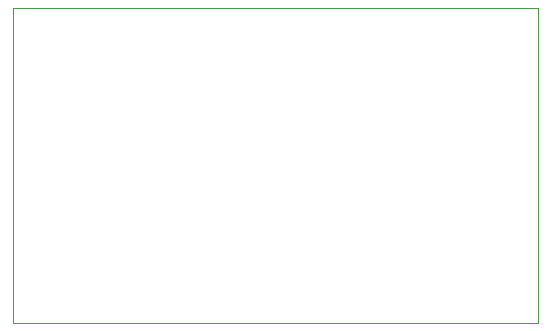
<source format=gbr>
G04 #@! TF.GenerationSoftware,KiCad,Pcbnew,(6.0.0-rc1-dev-305-gf0b8b21)*
G04 #@! TF.CreationDate,2019-05-22T14:27:23-07:00*
G04 #@! TF.ProjectId,DRONE_GateDriver,44524F4E455F47617465447269766572,rev?*
G04 #@! TF.SameCoordinates,Original*
G04 #@! TF.FileFunction,Profile,NP*
%FSLAX46Y46*%
G04 Gerber Fmt 4.6, Leading zero omitted, Abs format (unit mm)*
G04 Created by KiCad (PCBNEW (6.0.0-rc1-dev-305-gf0b8b21)) date Wednesday, May 22, 2019 at 02:27:23 PM*
%MOMM*%
%LPD*%
G01*
G04 APERTURE LIST*
%ADD10C,0.050000*%
G04 APERTURE END LIST*
D10*
X167640000Y-93980000D02*
X123190000Y-93980000D01*
X167640000Y-120650000D02*
X167640000Y-93980000D01*
X123190000Y-120650000D02*
X167640000Y-120650000D01*
X123190000Y-93980000D02*
X123190000Y-120650000D01*
M02*

</source>
